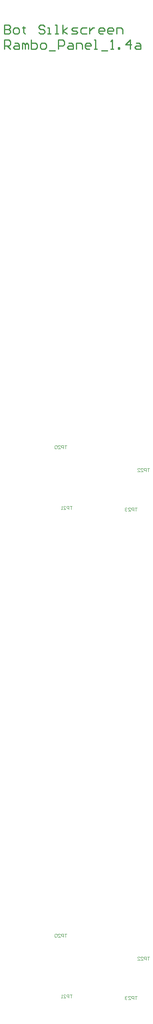
<source format=gbo>
G04 Layer_Color=32896*
%FSLAX25Y25*%
%MOIN*%
G70*
G01*
G75*
%ADD12C,0.01000*%
%ADD142C,0.00272*%
G54D12*
X272369Y964837D02*
Y957340D01*
X276118D01*
X277368Y958589D01*
Y959839D01*
X276118Y961089D01*
X272369D01*
X276118D01*
X277368Y962338D01*
Y963588D01*
X276118Y964837D01*
X272369D01*
X281117Y957340D02*
X283616D01*
X284865Y958589D01*
Y961089D01*
X283616Y962338D01*
X281117D01*
X279867Y961089D01*
Y958589D01*
X281117Y957340D01*
X288614Y963588D02*
Y962338D01*
X287365D01*
X289864D01*
X288614D01*
Y958589D01*
X289864Y957340D01*
X306108Y963588D02*
X304859Y964837D01*
X302360D01*
X301110Y963588D01*
Y962338D01*
X302360Y961089D01*
X304859D01*
X306108Y959839D01*
Y958589D01*
X304859Y957340D01*
X302360D01*
X301110Y958589D01*
X308608Y957340D02*
X311107D01*
X309857D01*
Y962338D01*
X308608D01*
X314856Y957340D02*
X317355D01*
X316105D01*
Y964837D01*
X314856D01*
X321104Y957340D02*
Y964837D01*
Y959839D02*
X324852Y962338D01*
X321104Y959839D02*
X324852Y957340D01*
X328601D02*
X332350D01*
X333600Y958589D01*
X332350Y959839D01*
X329851D01*
X328601Y961089D01*
X329851Y962338D01*
X333600D01*
X341097D02*
X337348D01*
X336099Y961089D01*
Y958589D01*
X337348Y957340D01*
X341097D01*
X343596Y962338D02*
Y957340D01*
Y959839D01*
X344846Y961089D01*
X346096Y962338D01*
X347345D01*
X354843Y957340D02*
X352344D01*
X351094Y958589D01*
Y961089D01*
X352344Y962338D01*
X354843D01*
X356092Y961089D01*
Y959839D01*
X351094D01*
X362340Y957340D02*
X359841D01*
X358592Y958589D01*
Y961089D01*
X359841Y962338D01*
X362340D01*
X363590Y961089D01*
Y959839D01*
X358592D01*
X366089Y957340D02*
Y962338D01*
X369838D01*
X371088Y961089D01*
Y957340D01*
X272369Y944840D02*
Y952337D01*
X276118D01*
X277368Y951088D01*
Y948589D01*
X276118Y947339D01*
X272369D01*
X274869D02*
X277368Y944840D01*
X281117Y949838D02*
X283616D01*
X284865Y948589D01*
Y944840D01*
X281117D01*
X279867Y946089D01*
X281117Y947339D01*
X284865D01*
X287365Y944840D02*
Y949838D01*
X288614D01*
X289864Y948589D01*
Y944840D01*
Y948589D01*
X291113Y949838D01*
X292363Y948589D01*
Y944840D01*
X294862Y952337D02*
Y944840D01*
X298611D01*
X299861Y946089D01*
Y947339D01*
Y948589D01*
X298611Y949838D01*
X294862D01*
X303609Y944840D02*
X306108D01*
X307358Y946089D01*
Y948589D01*
X306108Y949838D01*
X303609D01*
X302360Y948589D01*
Y946089D01*
X303609Y944840D01*
X309857Y943590D02*
X314856D01*
X317355Y944840D02*
Y952337D01*
X321104D01*
X322353Y951088D01*
Y948589D01*
X321104Y947339D01*
X317355D01*
X326102Y949838D02*
X328601D01*
X329851Y948589D01*
Y944840D01*
X326102D01*
X324852Y946089D01*
X326102Y947339D01*
X329851D01*
X332350Y944840D02*
Y949838D01*
X336099D01*
X337348Y948589D01*
Y944840D01*
X343596D02*
X341097D01*
X339848Y946089D01*
Y948589D01*
X341097Y949838D01*
X343596D01*
X344846Y948589D01*
Y947339D01*
X339848D01*
X347345Y944840D02*
X349844D01*
X348595D01*
Y952337D01*
X347345D01*
X353593Y943590D02*
X358592D01*
X361091Y944840D02*
X363590D01*
X362340D01*
Y952337D01*
X361091Y951088D01*
X367339Y944840D02*
Y946089D01*
X368588D01*
Y944840D01*
X367339D01*
X377336D02*
Y952337D01*
X373587Y948589D01*
X378585D01*
X382334Y949838D02*
X384833D01*
X386083Y948589D01*
Y944840D01*
X382334D01*
X381084Y946089D01*
X382334Y947339D01*
X386083D01*
G54D142*
X383146Y159571D02*
X381333D01*
X382239D01*
Y156852D01*
X380427D02*
Y159571D01*
X379067D01*
X378614Y159118D01*
Y158211D01*
X379067Y157758D01*
X380427D01*
X375895Y156852D02*
X377708D01*
X375895Y158665D01*
Y159118D01*
X376348Y159571D01*
X377254D01*
X377708Y159118D01*
X374988D02*
X374535Y159571D01*
X373629D01*
X373176Y159118D01*
Y158665D01*
X373629Y158211D01*
X374082D01*
X373629D01*
X373176Y157758D01*
Y157305D01*
X373629Y156852D01*
X374535D01*
X374988Y157305D01*
X324506Y211277D02*
X322693D01*
X323599D01*
Y208558D01*
X321787D02*
Y211277D01*
X320427D01*
X319974Y210824D01*
Y209917D01*
X320427Y209464D01*
X321787D01*
X317255Y208558D02*
X319068D01*
X317255Y210370D01*
Y210824D01*
X317708Y211277D01*
X318614D01*
X319068Y210824D01*
X316348D02*
X315895Y211277D01*
X314989D01*
X314536Y210824D01*
Y209011D01*
X314989Y208558D01*
X315895D01*
X316348Y209011D01*
Y210824D01*
X328979Y160984D02*
X327166D01*
X328072D01*
Y158265D01*
X326260D02*
Y160984D01*
X324900D01*
X324447Y160531D01*
Y159624D01*
X324900Y159171D01*
X326260D01*
X321728Y158265D02*
X323540D01*
X321728Y160077D01*
Y160531D01*
X322181Y160984D01*
X323087D01*
X323540Y160531D01*
X320821Y158265D02*
X319915D01*
X320368D01*
Y160984D01*
X320821Y160531D01*
X393487Y192253D02*
X391674D01*
X392581D01*
Y189533D01*
X390768D02*
Y192253D01*
X389408D01*
X388955Y191799D01*
Y190893D01*
X389408Y190440D01*
X390768D01*
X386236Y189533D02*
X388049D01*
X386236Y191346D01*
Y191799D01*
X386689Y192253D01*
X387596D01*
X388049Y191799D01*
X383517Y189533D02*
X385330D01*
X383517Y191346D01*
Y191799D01*
X383970Y192253D01*
X384876D01*
X385330Y191799D01*
X383146Y564571D02*
X381333D01*
X382239D01*
Y561852D01*
X380427D02*
Y564571D01*
X379067D01*
X378614Y564118D01*
Y563211D01*
X379067Y562758D01*
X380427D01*
X375895Y561852D02*
X377708D01*
X375895Y563664D01*
Y564118D01*
X376348Y564571D01*
X377254D01*
X377708Y564118D01*
X374988D02*
X374535Y564571D01*
X373629D01*
X373176Y564118D01*
Y563664D01*
X373629Y563211D01*
X374082D01*
X373629D01*
X373176Y562758D01*
Y562305D01*
X373629Y561852D01*
X374535D01*
X374988Y562305D01*
X324506Y616277D02*
X322693D01*
X323599D01*
Y613558D01*
X321787D02*
Y616277D01*
X320427D01*
X319974Y615824D01*
Y614917D01*
X320427Y614464D01*
X321787D01*
X317255Y613558D02*
X319068D01*
X317255Y615370D01*
Y615824D01*
X317708Y616277D01*
X318614D01*
X319068Y615824D01*
X316348D02*
X315895Y616277D01*
X314989D01*
X314536Y615824D01*
Y614011D01*
X314989Y613558D01*
X315895D01*
X316348Y614011D01*
Y615824D01*
X328979Y565984D02*
X327166D01*
X328072D01*
Y563265D01*
X326260D02*
Y565984D01*
X324900D01*
X324447Y565531D01*
Y564624D01*
X324900Y564171D01*
X326260D01*
X321728Y563265D02*
X323540D01*
X321728Y565077D01*
Y565531D01*
X322181Y565984D01*
X323087D01*
X323540Y565531D01*
X320821Y563265D02*
X319915D01*
X320368D01*
Y565984D01*
X320821Y565531D01*
X393487Y597253D02*
X391674D01*
X392581D01*
Y594533D01*
X390768D02*
Y597253D01*
X389408D01*
X388955Y596799D01*
Y595893D01*
X389408Y595440D01*
X390768D01*
X386236Y594533D02*
X388049D01*
X386236Y596346D01*
Y596799D01*
X386689Y597253D01*
X387596D01*
X388049Y596799D01*
X383517Y594533D02*
X385330D01*
X383517Y596346D01*
Y596799D01*
X383970Y597253D01*
X384876D01*
X385330Y596799D01*
M02*

</source>
